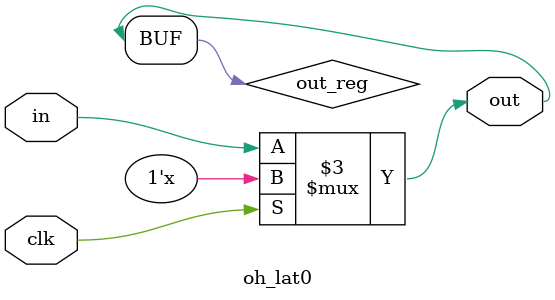
<source format=v>

module oh_lat0 #(parameter DW = 1            // data width
		 )
   ( input 	     clk, // clk, latch when clk=0
     input [DW-1:0]  in, // input data
     output [DW-1:0] out  // output data (stable/latched when clk=1)
     );


`ifdef CFG_ASIC
   asic_lat0 ilat [DW-1:0] (.clk(clk),
			    .in(in[DW-1:0]),
				    .out(out[DW-1:0]));
`else
   reg [DW-1:0]      out_reg;
   always @ (clk or in)
     if (!clk)
       out_reg[DW-1:0] <= in[DW-1:0];
   assign out[DW-1:0] = out_reg[DW-1:0];
`endif

endmodule // oh_lat0

</source>
